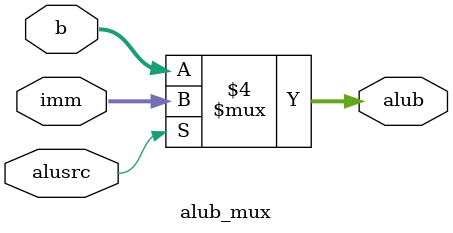
<source format=v>
module alub_mux(alusrc, b, imm, alub);
	input alusrc;
	input[31:0] b, imm;
	output reg[31:0] alub;
	
	always@(*)
	begin
		if(alusrc == 0)
			alub <= b;
		else
			alub <= imm;
	end
endmodule
</source>
